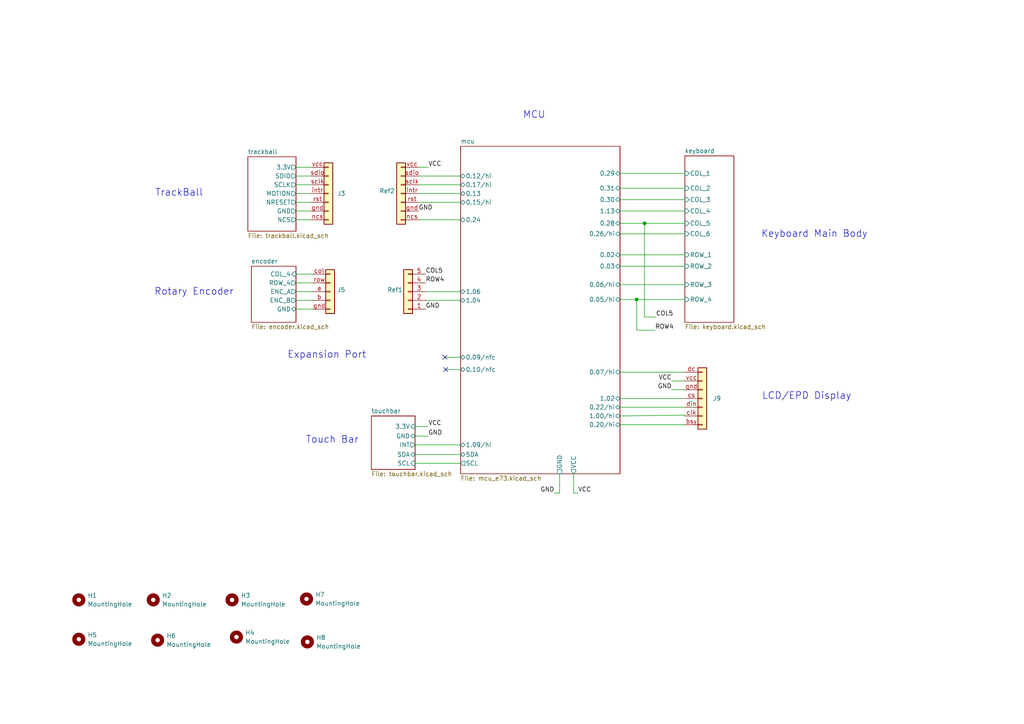
<source format=kicad_sch>
(kicad_sch (version 20211123) (generator eeschema)
  (paper "A4")
  (lib_symbols
    (symbol "Conn_01x05_1" (pin_names (offset 1.016) hide)
      (property "Reference" "J5" (at -1.016 3.302 0))
      (symbol "Conn_01x05_1_1_1"
        (rectangle (start -1.27 -4.953) (end 0 -5.207) (stroke (width 0.1524)))
        (rectangle (start -1.27 -2.413) (end 0 -2.667) (stroke (width 0.1524)))
        (rectangle (start -1.27 0.127) (end 0 -0.127) (stroke (width 0.1524)))
        (rectangle (start -1.27 2.667) (end 0 2.413) (stroke (width 0.1524)))
        (rectangle (start -1.27 5.207) (end 0 4.953) (stroke (width 0.1524)))
        (rectangle (start -1.27 6.35) (end 1.27 -6.35) (stroke (width 0.254)) (fill (type background)))
        (pin passive line (at -5.08 0 0) (length 3.81) (name "a") (number "a"))
        (pin passive line (at -5.08 -2.54 0) (length 3.81) (name "b") (number "b"))
        (pin passive line (at -5.08 5.08 0) (length 3.81) (name "col") (number "col"))
        (pin passive line (at -5.08 -5.08 0) (length 3.81) (name "gnd") (number "gnd"))
        (pin passive line (at -5.08 2.54 0) (length 3.81) (name "row") (number "row"))
      )
    )
    (symbol "Conn_01x07_1" (pin_names (offset 1.016) hide)
      (property "Reference" "J3" (at 2.54 1.2701 0))
      (property "Value" "Conn_01x07" (at 2.54 -1.2699 0))
      (symbol "Conn_01x07_1_1_1"
        (rectangle (start -1.27 -7.493) (end 0 -7.747) (stroke (width 0.1524)))
        (rectangle (start -1.27 -4.953) (end 0 -5.207) (stroke (width 0.1524)))
        (rectangle (start -1.27 -2.413) (end 0 -2.667) (stroke (width 0.1524)))
        (rectangle (start -1.27 0.127) (end 0 -0.127) (stroke (width 0.1524)))
        (rectangle (start -1.27 2.667) (end 0 2.413) (stroke (width 0.1524)))
        (rectangle (start -1.27 5.207) (end 0 4.953) (stroke (width 0.1524)))
        (rectangle (start -1.27 7.747) (end 0 7.493) (stroke (width 0.1524)))
        (rectangle (start -1.27 8.89) (end 1.27 -8.89) (stroke (width 0.254)) (fill (type background)))
        (pin passive line (at -5.08 -5.08 0) (length 3.81) (name "gnd") (number "gnd"))
        (pin passive line (at -5.08 0 0) (length 3.81) (name "motion") (number "intr"))
        (pin passive line (at -5.08 -7.62 0) (length 3.81) (name "ncs") (number "ncs"))
        (pin passive line (at -5.08 -2.54 0) (length 3.81) (name "rst") (number "rst"))
        (pin passive line (at -5.08 2.54 0) (length 3.81) (name "sclk") (number "sclk"))
        (pin passive line (at -5.08 5.08 0) (length 3.81) (name "sdio") (number "sdio"))
        (pin passive line (at -5.08 7.62 0) (length 3.81) (name "vcc") (number "vcc"))
      )
    )
    (symbol "Conn_01x07_2" (pin_names (offset 1.016) hide)
      (property "Reference" "Ref2" (at -2.54 13.97 0))
      (symbol "Conn_01x07_2_1_1"
        (rectangle (start -1.27 -7.493) (end 0 -7.747) (stroke (width 0.1524)))
        (rectangle (start -1.27 -4.953) (end 0 -5.207) (stroke (width 0.1524)))
        (rectangle (start -1.27 -2.413) (end 0 -2.667) (stroke (width 0.1524)))
        (rectangle (start -1.27 0.127) (end 0 -0.127) (stroke (width 0.1524)))
        (rectangle (start -1.27 2.667) (end 0 2.413) (stroke (width 0.1524)))
        (rectangle (start -1.27 5.207) (end 0 4.953) (stroke (width 0.1524)))
        (rectangle (start -1.27 7.747) (end 0 7.493) (stroke (width 0.1524)))
        (rectangle (start -1.27 8.89) (end 1.27 -8.89) (stroke (width 0.254)) (fill (type background)))
        (pin passive line (at -5.08 5.08 0) (length 3.81) (name "gnd") (number "gnd"))
        (pin passive line (at -5.08 0 0) (length 3.81) (name "motion") (number "intr"))
        (pin passive line (at -5.08 7.62 0) (length 3.81) (name "ncs") (number "ncs"))
        (pin passive line (at -5.08 2.54 0) (length 3.81) (name "rst") (number "rst"))
        (pin passive line (at -5.08 -2.54 0) (length 3.81) (name "sclk") (number "sclk"))
        (pin passive line (at -5.08 -5.08 0) (length 3.81) (name "sdio") (number "sdio"))
        (pin passive line (at -5.08 -7.62 0) (length 3.81) (name "vcc") (number "vcc"))
      )
    )
    (symbol "Connector_Generic:Conn_01x05" (pin_names (offset 1.016) hide)
      (property "Reference" "J" (at 0 7.62 0))
      (property "Value" "Conn_01x05" (at 0 -7.62 0))
      (symbol "Conn_01x05_1_1"
        (rectangle (start -1.27 -4.953) (end 0 -5.207) (stroke (width 0.1524)))
        (rectangle (start -1.27 -2.413) (end 0 -2.667) (stroke (width 0.1524)))
        (rectangle (start -1.27 0.127) (end 0 -0.127) (stroke (width 0.1524)))
        (rectangle (start -1.27 2.667) (end 0 2.413) (stroke (width 0.1524)))
        (rectangle (start -1.27 5.207) (end 0 4.953) (stroke (width 0.1524)))
        (rectangle (start -1.27 6.35) (end 1.27 -6.35) (stroke (width 0.254)) (fill (type background)))
        (pin passive line (at -5.08 5.08 0) (length 3.81) (name "Pin_1") (number "1"))
        (pin passive line (at -5.08 2.54 0) (length 3.81) (name "Pin_2") (number "2"))
        (pin passive line (at -5.08 0 0) (length 3.81) (name "Pin_3") (number "3"))
        (pin passive line (at -5.08 -2.54 0) (length 3.81) (name "Pin_4") (number "4"))
        (pin passive line (at -5.08 -5.08 0) (length 3.81) (name "Pin_5") (number "5"))
      )
    )
    (symbol "Mechanical:MountingHole" (pin_names (offset 1.016))
      (property "Reference" "H" (at 0 5.08 0))
      (property "Value" "MountingHole" (at 0 3.175 0))
      (symbol "MountingHole_0_1"
        (circle (center 0 0) (radius 1.27) (stroke (width 1.27)))
      )
    )
    (symbol "mysymbol:Conn_LCD" (pin_names (offset 1.016) hide)
      (property "Reference" "J" (at 0 10.16 0))
      (property "Value" "Conn_LCD" (at 0 -10.16 0))
      (symbol "Conn_LCD_1_1"
        (rectangle (start -1.27 -7.493) (end 0 -7.747) (stroke (width 0.1524)))
        (rectangle (start -1.27 -4.953) (end 0 -5.207) (stroke (width 0.1524)))
        (rectangle (start -1.27 -2.413) (end 0 -2.667) (stroke (width 0.1524)))
        (rectangle (start -1.27 0.127) (end 0 -0.127) (stroke (width 0.1524)))
        (rectangle (start -1.27 2.667) (end 0 2.413) (stroke (width 0.1524)))
        (rectangle (start -1.27 5.207) (end 0 4.953) (stroke (width 0.1524)))
        (rectangle (start -1.27 7.747) (end 0 7.493) (stroke (width 0.1524)))
        (rectangle (start -1.27 8.89) (end 1.27 -8.89) (stroke (width 0.254)) (fill (type background)))
        (pin passive line (at -5.08 -7.62 0) (length 3.81) (name "bsy") (number "bsy"))
        (pin passive line (at -5.08 -5.08 0) (length 3.81) (name "clk") (number "clk"))
        (pin passive line (at -5.08 0 0) (length 3.81) (name "cs") (number "cs"))
        (pin passive line (at -5.08 7.62 0) (length 3.81) (name "dc") (number "dc"))
        (pin passive line (at -5.08 -2.54 0) (length 3.81) (name "din") (number "din"))
        (pin passive line (at -5.08 2.54 0) (length 3.81) (name "gnd") (number "gnd"))
        (pin passive line (at -5.08 5.08 0) (length 3.81) (name "vcc") (number "vcc"))
      )
    )
  )
  (junction (at 184.658 86.868))
  (junction (at 186.944 64.77))
  (no_connect (at 129.032 103.632))
  (no_connect (at 129.286 107.188))
  (wire (pts (xy 194.818 113.03) (xy 198.628 113.03)))
  (wire (pts (xy 85.852 82.042) (xy 90.678 82.042)))
  (wire (pts (xy 194.818 110.49) (xy 198.628 110.49)))
  (wire (pts (xy 179.832 115.57) (xy 198.628 115.57)))
  (wire (pts (xy 179.832 64.77) (xy 186.944 64.77)))
  (wire (pts (xy 179.832 82.55) (xy 198.628 82.55)))
  (wire (pts (xy 179.832 50.292) (xy 198.628 50.292)))
  (wire (pts (xy 120.396 131.826) (xy 133.604 131.826)))
  (wire (pts (xy 121.412 53.594) (xy 133.604 53.594)))
  (wire (pts (xy 198.628 120.396) (xy 198.628 120.65)))
  (wire (pts (xy 85.852 56.134) (xy 90.17 56.134)))
  (wire (pts (xy 120.396 129.032) (xy 133.604 129.032)))
  (wire (pts (xy 179.832 120.65) (xy 198.628 120.396)))
  (wire (pts (xy 121.412 48.514) (xy 124.206 48.514)))
  (wire (pts (xy 85.852 84.582) (xy 90.678 84.582)))
  (wire (pts (xy 85.852 79.502) (xy 90.678 79.502)))
  (wire (pts (xy 85.852 89.662) (xy 90.678 89.662)))
  (wire (pts (xy 162.306 143.002) (xy 160.782 143.002)))
  (wire (pts (xy 179.832 123.19) (xy 198.628 123.19)))
  (wire (pts (xy 120.396 126.492) (xy 124.206 126.492)))
  (wire (pts (xy 162.306 137.414) (xy 162.306 143.002)))
  (wire (pts (xy 120.396 134.366) (xy 133.604 134.366)))
  (wire (pts (xy 189.992 95.758) (xy 184.658 95.758)))
  (wire (pts (xy 121.412 56.134) (xy 133.604 56.134)))
  (wire (pts (xy 198.628 118.11) (xy 179.832 118.11)))
  (wire (pts (xy 166.37 143.002) (xy 167.64 143.002)))
  (wire (pts (xy 85.852 58.674) (xy 90.17 58.674)))
  (wire (pts (xy 85.852 61.214) (xy 90.17 61.214)))
  (wire (pts (xy 184.658 95.758) (xy 184.658 86.868)))
  (wire (pts (xy 85.852 48.514) (xy 90.17 48.514)))
  (wire (pts (xy 85.852 63.754) (xy 90.17 63.754)))
  (wire (pts (xy 186.944 91.948) (xy 186.944 64.77)))
  (wire (pts (xy 121.412 51.054) (xy 133.604 51.054)))
  (wire (pts (xy 179.832 107.95) (xy 198.628 107.95)))
  (wire (pts (xy 179.832 57.912) (xy 198.628 57.912)))
  (wire (pts (xy 123.444 87.122) (xy 133.604 87.122)))
  (wire (pts (xy 129.286 107.188) (xy 133.604 107.188)))
  (wire (pts (xy 179.832 54.61) (xy 198.628 54.61)))
  (wire (pts (xy 123.444 84.582) (xy 133.604 84.582)))
  (wire (pts (xy 121.412 58.674) (xy 133.604 58.674)))
  (wire (pts (xy 186.944 64.77) (xy 198.628 64.77)))
  (wire (pts (xy 85.852 53.594) (xy 90.17 53.594)))
  (wire (pts (xy 179.832 77.216) (xy 198.628 77.216)))
  (wire (pts (xy 179.832 67.818) (xy 198.628 67.818)))
  (wire (pts (xy 184.658 86.868) (xy 198.628 86.868)))
  (wire (pts (xy 129.032 103.632) (xy 133.604 103.632)))
  (wire (pts (xy 120.396 123.698) (xy 124.206 123.698)))
  (wire (pts (xy 179.832 61.214) (xy 198.628 61.214)))
  (wire (pts (xy 179.832 86.868) (xy 184.658 86.868)))
  (wire (pts (xy 190.246 91.948) (xy 186.944 91.948)))
  (wire (pts (xy 85.852 87.122) (xy 90.678 87.122)))
  (wire (pts (xy 121.412 63.754) (xy 133.604 63.754)))
  (wire (pts (xy 179.832 73.914) (xy 198.628 73.914)))
  (wire (pts (xy 166.37 137.414) (xy 166.37 143.002)))
  (wire (pts (xy 85.852 51.054) (xy 90.17 51.054)))
  (text "Touch Bar" (at 88.646 128.778 0) (effects (font (size 2 2)) (justify left bottom)))
  (text "Rotary Encoder" (at 44.704 85.852 0) (effects (font (size 2 2)) (justify left bottom)))
  (text "LCD/EPD Display" (at 220.98 116.078 0) (effects (font (size 2 2)) (justify left bottom)))
  (text "Keyboard Main Body" (at 220.726 69.088 0) (effects (font (size 2 2)) (justify left bottom)))
  (text "Expansion Port" (at 83.312 104.14 0) (effects (font (size 2 2)) (justify left bottom)))
  (text "TrackBall" (at 44.958 57.15 0) (effects (font (size 2 2)) (justify left bottom)))
  (text "MCU" (at 151.638 34.544 0) (effects (font (size 2 2)) (justify left bottom)))
  (label "VCC" (at 167.64 143.002 0))
  (label "GND" (at 194.818 113.03 180))
  (label "VCC" (at 124.206 123.698 0))
  (label "GND" (at 123.444 89.662 0))
  (label "ROW4" (at 189.992 95.758 0))
  (label "ROW4" (at 123.444 82.042 0))
  (label "GND" (at 160.782 143.002 180))
  (label "GND" (at 121.412 61.214 0))
  (label "GND" (at 124.206 126.492 0))
  (label "VCC" (at 124.206 48.514 0))
  (label "COL5" (at 123.444 79.502 0))
  (label "COL5" (at 190.246 91.948 0))
  (label "VCC" (at 194.818 110.49 180))
  (symbol (lib_name "Conn_01x07_2") (lib_id "Connector_Generic:Conn_01x07") (at 116.332 56.134 180) (unit 1) (in_bom no)
    (property "Reference" "Ref2" (at 112.268 55.372 0))
    (property "Value" "Conn_1x07" (effects hide))
    (property "Footprint" "mylib:PMW3610-Ref" (effects hide))
  )
  (symbol (lib_id "Mechanical:MountingHole") (at 22.86 173.99 0) (unit 1) (in_bom no)
    (property "Reference" "H1" (at 25.4 172.7199 0) (effects (justify left)))
    (property "Value" "MountingHole" (at 25.4 175.2599 0) (effects (justify left)))
    (property "Footprint" "MountingHole:MountingHole_3.2mm_M3_DIN965" (effects hide))
  )
  (symbol (lib_id "Mechanical:MountingHole") (at 45.72 185.674 0) (unit 1) (in_bom no)
    (property "Reference" "H6" (at 48.26 184.4039 0) (effects (justify left)))
    (property "Value" "MountingHole" (at 48.26 186.9439 0) (effects (justify left)))
    (property "Footprint" "MountingHole:MountingHole_3.2mm_M3_DIN965" (effects hide))
  )
  (symbol (lib_id "Mechanical:MountingHole") (at 88.9 173.736 0) (unit 1) (in_bom no)
    (property "Reference" "H7" (at 91.44 172.4659 0) (effects (justify left)))
    (property "Value" "MountingHole" (at 91.44 175.0059 0) (effects (justify left)))
    (property "Footprint" "MountingHole:MountingHole_3.2mm_M3_DIN965" (effects hide))
  )
  (symbol (lib_id "mysymbol:Conn_LCD") (at 203.708 115.57 0) (unit 1)
    (property "Reference" "J9" (at 206.756 115.5699 0) (effects (justify left)))
    (property "Value" "Conn_Display_general" (effects hide))
    (property "Footprint" "mylib:Conn_Display_MountHole" (effects hide))
  )
  (symbol (lib_id "Connector_Generic:Conn_01x05") (at 118.364 84.582 180) (unit 1)
    (property "Reference" "Ref1" (at 114.554 84.074 0))
    (property "Value" "Conn_01x05" (effects hide))
    (property "Footprint" "mylib:Panasonic_EVQWGD001_Ref" (effects hide))
  )
  (symbol (lib_id "Mechanical:MountingHole") (at 89.154 186.182 0) (unit 1) (in_bom no)
    (property "Reference" "H8" (at 91.694 184.9119 0) (effects (justify left)))
    (property "Value" "MountingHole" (at 91.694 187.4519 0) (effects (justify left)))
    (property "Footprint" "MountingHole:MountingHole_2mm" (effects hide))
  )
  (symbol (lib_name "Conn_01x05_1") (lib_id "Connector_Generic:Conn_01x05") (at 95.758 84.582 0) (unit 1) (in_bom no)
    (property "Reference" "J5" (at 97.79 84.074 0) (effects (justify left)))
    (property "Value" "Conn_01x05" (effects hide))
    (property "Footprint" "mylib:Panasonic_EVQWGD001_Ref_Male" (effects hide))
  )
  (symbol (lib_id "Mechanical:MountingHole") (at 22.86 185.42 0) (unit 1) (in_bom no)
    (property "Reference" "H5" (at 25.4 184.1499 0) (effects (justify left)))
    (property "Value" "MountingHole" (at 25.4 186.6899 0) (effects (justify left)))
    (property "Footprint" "MountingHole:MountingHole_3.2mm_M3_DIN965" (effects hide))
  )
  (symbol (lib_id "Mechanical:MountingHole") (at 44.45 173.99 0) (unit 1) (in_bom no)
    (property "Reference" "H2" (at 46.99 172.7199 0) (effects (justify left)))
    (property "Value" "MountingHole" (at 46.99 175.2599 0) (effects (justify left)))
    (property "Footprint" "MountingHole:MountingHole_3.2mm_M3_DIN965" (effects hide))
  )
  (symbol (lib_id "Mechanical:MountingHole") (at 68.58 184.785 0) (unit 1) (in_bom no)
    (property "Reference" "H4" (at 71.12 183.5149 0) (effects (justify left)))
    (property "Value" "MountingHole" (at 71.12 186.0549 0) (effects (justify left)))
    (property "Footprint" "MountingHole:MountingHole_3.2mm_M3_DIN965" (effects hide))
  )
  (symbol (lib_id "Mechanical:MountingHole") (at 67.31 173.99 0) (unit 1) (in_bom no)
    (property "Reference" "H3" (at 69.85 172.7199 0) (effects (justify left)))
    (property "Value" "MountingHole" (at 69.85 175.2599 0) (effects (justify left)))
    (property "Footprint" "MountingHole:MountingHole_3.2mm_M3_DIN965" (effects hide))
  )
  (symbol (lib_name "Conn_01x07_1") (lib_id "Connector_Generic:Conn_01x07") (at 95.25 56.134 0) (unit 1) (in_bom no)
    (property "Reference" "J3" (at 97.79 56.1339 0) (effects (justify left)))
    (property "Value" "Conn_01x07" (effects hide))
    (property "Footprint" "mylib:PMW3610-Ref-Male" (effects hide))
  )
  (sheet (at 71.882 45.466) (size 13.97 21.59) (stroke (width 0.1524))
    (property "Sheet name" "trackball" (at 71.882 44.7544 0) (effects (justify left bottom)))
    (property "Sheet file" "trackball.kicad_sch" (at 71.882 67.6406 0) (effects (justify left top)))
    (pin "NCS" output (at 85.852 63.754 0))
    (pin "3.3V" output (at 85.852 48.514 0))
    (pin "GND" output (at 85.852 61.214 0))
    (pin "NRESET" output (at 85.852 58.674 0))
    (pin "SDIO" output (at 85.852 51.054 0))
    (pin "SCLK" output (at 85.852 53.594 0))
    (pin "MOTION" output (at 85.852 56.134 0))
  )
  (sheet (at 107.696 120.65) (size 12.7 15.494) (stroke (width 0.1524))
    (property "Sheet name" "touchbar" (at 107.696 119.9384 0) (effects (justify left bottom)))
    (property "Sheet file" "touchbar.kicad_sch" (at 107.696 136.7286 0) (effects (justify left top)))
    (pin "GND" bidirectional (at 120.396 126.492 0))
    (pin "INT" output (at 120.396 129.032 0))
    (pin "SDA" bidirectional (at 120.396 131.826 0))
    (pin "SCL" input (at 120.396 134.366 0))
    (pin "3.3V" input (at 120.396 123.698 0))
  )
  (sheet (at 198.628 45.212) (size 14.224 48.26) (stroke (width 0.1524))
    (property "Sheet name" "keyboard" (at 198.628 44.5004 0) (effects (justify left bottom)))
    (property "Sheet file" "keyboard.kicad_sch" (at 198.628 94.0566 0) (effects (justify left top)))
    (pin "COL_4" input (at 198.628 61.214 180))
    (pin "COL_1" input (at 198.628 50.292 180))
    (pin "COL_2" input (at 198.628 54.61 180))
    (pin "COL_3" input (at 198.628 57.912 180))
    (pin "COL_5" input (at 198.628 64.77 180))
    (pin "ROW_1" input (at 198.628 73.914 180))
    (pin "ROW_4" input (at 198.628 86.868 180))
    (pin "ROW_2" input (at 198.628 77.216 180))
    (pin "ROW_3" input (at 198.628 82.55 180))
    (pin "COL_6" input (at 198.628 67.818 180))
  )
  (sheet (at 133.604 42.418) (size 46.228 94.996) (stroke (width 0.1524))
    (property "Sheet name" "mcu" (at 133.604 41.7064 0) (effects (justify left bottom)))
    (property "Sheet file" "mcu_e73.kicad_sch" (at 133.604 137.9986 0) (effects (justify left top)))
    (pin "VCC" output (at 166.37 137.414 270))
    (pin "GND" passive (at 162.306 137.414 270))
    (pin "0.26{slash}hi" bidirectional (at 179.832 67.818 0))
    (pin "0.06{slash}hi" bidirectional (at 179.832 82.55 0))
    (pin "0.30" bidirectional (at 179.832 57.912 0))
    (pin "0.31" bidirectional (at 179.832 54.61 0))
    (pin "0.17{slash}hi" bidirectional (at 133.604 53.594 180))
    (pin "0.12{slash}hi" bidirectional (at 133.604 51.054 180))
    (pin "1.09{slash}hi" bidirectional (at 133.604 129.032 180))
    (pin "0.05{slash}hi" bidirectional (at 179.832 86.868 0))
    (pin "0.22{slash}hi" bidirectional (at 179.832 118.11 0))
    (pin "0.20{slash}hi" bidirectional (at 179.832 123.19 0))
    (pin "1.06" bidirectional (at 133.604 84.582 180))
    (pin "1.00{slash}hi" bidirectional (at 179.832 120.65 0))
    (pin "0.07{slash}hi" bidirectional (at 179.832 107.95 0))
    (pin "0.03" bidirectional (at 179.832 77.216 0))
    (pin "0.28" bidirectional (at 179.832 64.77 0))
    (pin "1.13" bidirectional (at 179.832 61.214 0))
    (pin "0.02" bidirectional (at 179.832 73.914 0))
    (pin "0.29" bidirectional (at 179.832 50.292 0))
    (pin "1.02" bidirectional (at 179.832 115.57 0))
    (pin "1.04" bidirectional (at 133.604 87.122 180))
    (pin "0.09{slash}nfc" bidirectional (at 133.604 103.632 180))
    (pin "0.10{slash}nfc" bidirectional (at 133.604 107.188 180))
    (pin "0.24" bidirectional (at 133.604 63.754 180))
    (pin "0.13" bidirectional (at 133.604 56.134 180))
    (pin "SCL" output (at 133.604 134.366 180))
    (pin "SDA" bidirectional (at 133.604 131.826 180))
    (pin "0.15{slash}hi" bidirectional (at 133.604 58.674 180))
  )
  (sheet (at 72.898 77.216) (size 12.954 16.256) (stroke (width 0.1524))
    (property "Sheet name" "encoder" (at 72.898 76.5044 0) (effects (justify left bottom)))
    (property "Sheet file" "encoder.kicad_sch" (at 72.898 94.0566 0) (effects (justify left top)))
    (pin "ROW_4" output (at 85.852 82.042 0))
    (pin "GND" bidirectional (at 85.852 89.662 0))
    (pin "ENC_A" output (at 85.852 84.582 0))
    (pin "ENC_B" output (at 85.852 87.122 0))
    (pin "COL_4" input (at 85.852 79.502 0))
  )
)
</source>
